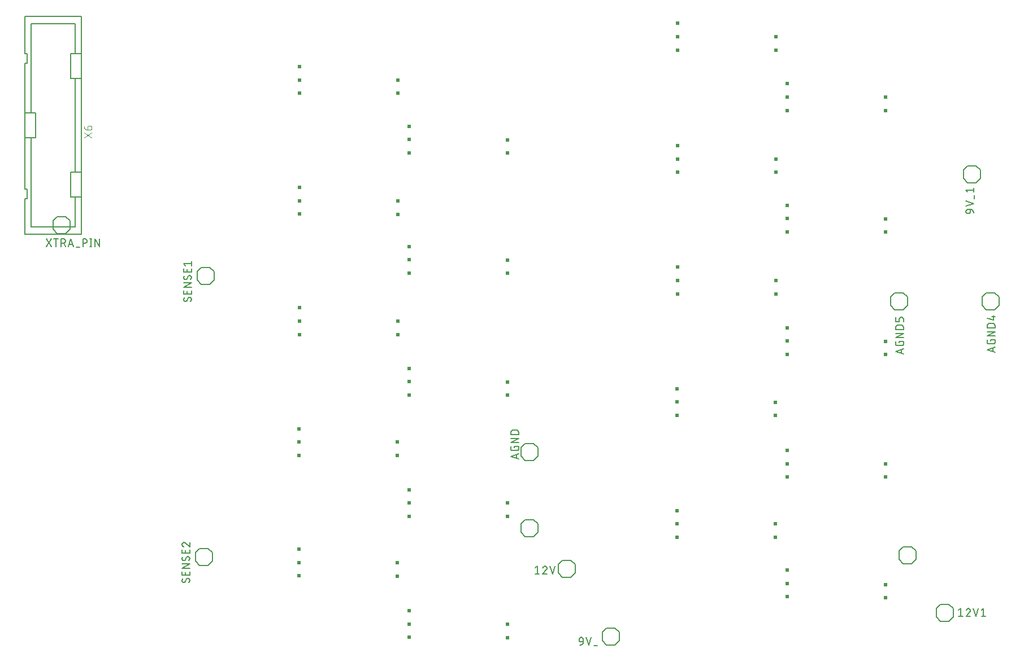
<source format=gbr>
G04 EAGLE Gerber RS-274X export*
G75*
%MOMM*%
%FSLAX34Y34*%
%LPD*%
%INSilkscreen Top*%
%IPPOS*%
%AMOC8*
5,1,8,0,0,1.08239X$1,22.5*%
G01*
G04 Define Apertures*
%ADD10C,0.203200*%
%ADD11C,0.101600*%
%ADD12C,0.152400*%
%ADD13C,0.127000*%
%ADD14R,0.508000X0.508000*%
D10*
X82640Y983920D02*
X82640Y928150D01*
X82640Y890490D01*
X82640Y750350D01*
X82640Y712690D01*
X82640Y656920D01*
X-1360Y656920D01*
X-1360Y710240D01*
X1640Y710240D01*
X1640Y725030D01*
X-1360Y725030D01*
X-1360Y801590D01*
X14140Y801590D01*
X14140Y839250D01*
X-1360Y839250D01*
X-1360Y801590D01*
X-1360Y839250D02*
X-1360Y913440D01*
X-1360Y928230D02*
X-1360Y983920D01*
X82640Y983920D01*
X73390Y972670D02*
X73390Y928220D01*
X73390Y890470D02*
X73390Y750370D01*
X73390Y712620D02*
X73390Y668170D01*
X7890Y668170D01*
X7890Y801590D01*
X7890Y839250D02*
X7890Y972670D01*
X73390Y972670D01*
X1640Y913440D02*
X-1360Y913440D01*
X1640Y913440D02*
X1640Y928230D01*
X-1360Y928230D01*
X67140Y928150D02*
X82640Y928150D01*
X67140Y928150D02*
X67140Y890490D01*
X82640Y890490D01*
X82640Y750350D02*
X67140Y750350D01*
X67140Y712690D01*
X82640Y712690D01*
D11*
X98552Y801342D02*
X86868Y809131D01*
X86868Y801342D02*
X98552Y809131D01*
X92061Y813421D02*
X92061Y817316D01*
X92063Y817415D01*
X92069Y817515D01*
X92078Y817614D01*
X92091Y817712D01*
X92108Y817810D01*
X92129Y817908D01*
X92154Y818004D01*
X92182Y818099D01*
X92214Y818193D01*
X92249Y818286D01*
X92288Y818378D01*
X92331Y818468D01*
X92376Y818556D01*
X92426Y818643D01*
X92478Y818727D01*
X92534Y818810D01*
X92592Y818890D01*
X92654Y818968D01*
X92719Y819043D01*
X92787Y819116D01*
X92857Y819186D01*
X92930Y819254D01*
X93005Y819319D01*
X93083Y819381D01*
X93163Y819439D01*
X93246Y819495D01*
X93330Y819547D01*
X93417Y819597D01*
X93505Y819642D01*
X93595Y819685D01*
X93687Y819724D01*
X93780Y819759D01*
X93874Y819791D01*
X93969Y819819D01*
X94065Y819844D01*
X94163Y819865D01*
X94261Y819882D01*
X94359Y819895D01*
X94458Y819904D01*
X94558Y819910D01*
X94657Y819912D01*
X95306Y819912D01*
X95419Y819910D01*
X95532Y819904D01*
X95645Y819894D01*
X95758Y819880D01*
X95870Y819863D01*
X95981Y819841D01*
X96091Y819816D01*
X96201Y819786D01*
X96309Y819753D01*
X96416Y819716D01*
X96522Y819676D01*
X96626Y819631D01*
X96729Y819583D01*
X96830Y819532D01*
X96929Y819477D01*
X97026Y819419D01*
X97121Y819357D01*
X97214Y819292D01*
X97304Y819224D01*
X97392Y819153D01*
X97478Y819078D01*
X97561Y819001D01*
X97641Y818921D01*
X97718Y818838D01*
X97793Y818752D01*
X97864Y818664D01*
X97932Y818574D01*
X97997Y818481D01*
X98059Y818386D01*
X98117Y818289D01*
X98172Y818190D01*
X98223Y818089D01*
X98271Y817986D01*
X98316Y817882D01*
X98356Y817776D01*
X98393Y817669D01*
X98426Y817561D01*
X98456Y817451D01*
X98481Y817341D01*
X98503Y817230D01*
X98520Y817118D01*
X98534Y817005D01*
X98544Y816892D01*
X98550Y816779D01*
X98552Y816666D01*
X98550Y816553D01*
X98544Y816440D01*
X98534Y816327D01*
X98520Y816214D01*
X98503Y816102D01*
X98481Y815991D01*
X98456Y815881D01*
X98426Y815771D01*
X98393Y815663D01*
X98356Y815556D01*
X98316Y815450D01*
X98271Y815346D01*
X98223Y815243D01*
X98172Y815142D01*
X98117Y815043D01*
X98059Y814946D01*
X97997Y814851D01*
X97932Y814758D01*
X97864Y814668D01*
X97793Y814580D01*
X97718Y814494D01*
X97641Y814411D01*
X97561Y814331D01*
X97478Y814254D01*
X97392Y814179D01*
X97304Y814108D01*
X97214Y814040D01*
X97121Y813975D01*
X97026Y813913D01*
X96929Y813855D01*
X96830Y813800D01*
X96729Y813749D01*
X96626Y813701D01*
X96522Y813656D01*
X96416Y813616D01*
X96309Y813579D01*
X96201Y813546D01*
X96091Y813516D01*
X95981Y813491D01*
X95870Y813469D01*
X95758Y813452D01*
X95645Y813438D01*
X95532Y813428D01*
X95419Y813422D01*
X95306Y813420D01*
X95306Y813421D02*
X92061Y813421D01*
X91918Y813423D01*
X91775Y813429D01*
X91632Y813439D01*
X91490Y813453D01*
X91348Y813470D01*
X91206Y813492D01*
X91065Y813517D01*
X90925Y813547D01*
X90786Y813580D01*
X90648Y813617D01*
X90511Y813658D01*
X90375Y813702D01*
X90240Y813751D01*
X90107Y813803D01*
X89975Y813858D01*
X89845Y813918D01*
X89716Y813981D01*
X89589Y814047D01*
X89465Y814117D01*
X89342Y814190D01*
X89221Y814267D01*
X89102Y814346D01*
X88986Y814430D01*
X88871Y814516D01*
X88760Y814605D01*
X88651Y814698D01*
X88544Y814793D01*
X88440Y814892D01*
X88339Y814993D01*
X88240Y815097D01*
X88145Y815203D01*
X88052Y815313D01*
X87963Y815424D01*
X87877Y815538D01*
X87794Y815655D01*
X87714Y815774D01*
X87637Y815895D01*
X87564Y816017D01*
X87494Y816142D01*
X87428Y816269D01*
X87365Y816398D01*
X87305Y816528D01*
X87250Y816660D01*
X87198Y816793D01*
X87149Y816928D01*
X87105Y817064D01*
X87064Y817201D01*
X87027Y817339D01*
X86994Y817478D01*
X86964Y817618D01*
X86939Y817759D01*
X86917Y817901D01*
X86900Y818043D01*
X86886Y818185D01*
X86876Y818328D01*
X86870Y818471D01*
X86868Y818614D01*
D12*
X260350Y185420D02*
X273050Y185420D01*
X279400Y179070D01*
X279400Y166370D01*
X273050Y160020D01*
X254000Y166370D02*
X254000Y179070D01*
X260350Y185420D01*
X254000Y166370D02*
X260350Y160020D01*
X273050Y160020D01*
D13*
X245237Y138303D02*
X245235Y138403D01*
X245229Y138502D01*
X245219Y138602D01*
X245206Y138700D01*
X245188Y138799D01*
X245167Y138896D01*
X245142Y138992D01*
X245113Y139088D01*
X245080Y139182D01*
X245044Y139275D01*
X245004Y139366D01*
X244960Y139456D01*
X244913Y139544D01*
X244863Y139630D01*
X244809Y139714D01*
X244752Y139796D01*
X244692Y139875D01*
X244628Y139953D01*
X244562Y140027D01*
X244493Y140099D01*
X244421Y140168D01*
X244347Y140234D01*
X244269Y140298D01*
X244190Y140358D01*
X244108Y140415D01*
X244024Y140469D01*
X243938Y140519D01*
X243850Y140566D01*
X243760Y140610D01*
X243669Y140650D01*
X243576Y140686D01*
X243482Y140719D01*
X243386Y140748D01*
X243290Y140773D01*
X243193Y140794D01*
X243094Y140812D01*
X242996Y140825D01*
X242896Y140835D01*
X242797Y140841D01*
X242697Y140843D01*
X245237Y138303D02*
X245235Y138162D01*
X245230Y138021D01*
X245220Y137880D01*
X245207Y137739D01*
X245191Y137599D01*
X245170Y137459D01*
X245146Y137320D01*
X245118Y137181D01*
X245087Y137044D01*
X245052Y136907D01*
X245014Y136771D01*
X244972Y136636D01*
X244926Y136503D01*
X244877Y136370D01*
X244824Y136239D01*
X244768Y136110D01*
X244709Y135981D01*
X244646Y135855D01*
X244580Y135730D01*
X244511Y135607D01*
X244438Y135486D01*
X244362Y135367D01*
X244283Y135249D01*
X244202Y135134D01*
X244117Y135022D01*
X244029Y134911D01*
X243938Y134803D01*
X243845Y134697D01*
X243748Y134594D01*
X243649Y134493D01*
X236347Y134811D02*
X236247Y134813D01*
X236148Y134819D01*
X236048Y134829D01*
X235950Y134842D01*
X235851Y134860D01*
X235754Y134881D01*
X235658Y134906D01*
X235562Y134935D01*
X235468Y134968D01*
X235375Y135004D01*
X235284Y135044D01*
X235194Y135088D01*
X235106Y135135D01*
X235020Y135185D01*
X234936Y135239D01*
X234854Y135296D01*
X234775Y135356D01*
X234697Y135420D01*
X234623Y135486D01*
X234551Y135555D01*
X234482Y135627D01*
X234416Y135701D01*
X234352Y135779D01*
X234292Y135858D01*
X234235Y135940D01*
X234181Y136024D01*
X234131Y136110D01*
X234084Y136198D01*
X234040Y136288D01*
X234000Y136379D01*
X233964Y136472D01*
X233931Y136566D01*
X233902Y136662D01*
X233877Y136758D01*
X233856Y136855D01*
X233838Y136954D01*
X233825Y137052D01*
X233815Y137152D01*
X233809Y137251D01*
X233807Y137351D01*
X233809Y137484D01*
X233814Y137617D01*
X233824Y137750D01*
X233837Y137883D01*
X233854Y138015D01*
X233874Y138147D01*
X233898Y138278D01*
X233926Y138408D01*
X233957Y138538D01*
X233992Y138666D01*
X234031Y138794D01*
X234073Y138920D01*
X234119Y139045D01*
X234168Y139169D01*
X234220Y139292D01*
X234276Y139413D01*
X234336Y139532D01*
X234398Y139650D01*
X234464Y139765D01*
X234533Y139879D01*
X234606Y139991D01*
X234681Y140101D01*
X234760Y140209D01*
X238570Y136080D02*
X238518Y135996D01*
X238463Y135913D01*
X238404Y135833D01*
X238343Y135755D01*
X238279Y135680D01*
X238211Y135607D01*
X238141Y135536D01*
X238069Y135469D01*
X237994Y135404D01*
X237916Y135342D01*
X237836Y135283D01*
X237754Y135227D01*
X237670Y135175D01*
X237584Y135126D01*
X237496Y135080D01*
X237406Y135037D01*
X237315Y134998D01*
X237222Y134963D01*
X237128Y134931D01*
X237033Y134903D01*
X236937Y134878D01*
X236840Y134858D01*
X236742Y134840D01*
X236644Y134827D01*
X236545Y134818D01*
X236446Y134812D01*
X236347Y134810D01*
X240474Y139573D02*
X240526Y139657D01*
X240581Y139740D01*
X240640Y139820D01*
X240701Y139898D01*
X240765Y139973D01*
X240833Y140046D01*
X240903Y140117D01*
X240975Y140184D01*
X241050Y140249D01*
X241128Y140311D01*
X241208Y140370D01*
X241290Y140426D01*
X241374Y140478D01*
X241460Y140527D01*
X241548Y140573D01*
X241638Y140616D01*
X241729Y140655D01*
X241822Y140690D01*
X241916Y140722D01*
X242011Y140750D01*
X242107Y140775D01*
X242204Y140795D01*
X242302Y140813D01*
X242400Y140826D01*
X242499Y140835D01*
X242598Y140841D01*
X242697Y140843D01*
X240475Y139573D02*
X238570Y136081D01*
X245237Y145948D02*
X245237Y151028D01*
X245237Y145948D02*
X233807Y145948D01*
X233807Y151028D01*
X238887Y149758D02*
X238887Y145948D01*
X233807Y155829D02*
X245237Y155829D01*
X245237Y162179D02*
X233807Y155829D01*
X233807Y162179D02*
X245237Y162179D01*
X245237Y171069D02*
X245235Y171169D01*
X245229Y171268D01*
X245219Y171368D01*
X245206Y171466D01*
X245188Y171565D01*
X245167Y171662D01*
X245142Y171758D01*
X245113Y171854D01*
X245080Y171948D01*
X245044Y172041D01*
X245004Y172132D01*
X244960Y172222D01*
X244913Y172310D01*
X244863Y172396D01*
X244809Y172480D01*
X244752Y172562D01*
X244692Y172641D01*
X244628Y172719D01*
X244562Y172793D01*
X244493Y172865D01*
X244421Y172934D01*
X244347Y173000D01*
X244269Y173064D01*
X244190Y173124D01*
X244108Y173181D01*
X244024Y173235D01*
X243938Y173285D01*
X243850Y173332D01*
X243760Y173376D01*
X243669Y173416D01*
X243576Y173452D01*
X243482Y173485D01*
X243386Y173514D01*
X243290Y173539D01*
X243193Y173560D01*
X243094Y173578D01*
X242996Y173591D01*
X242896Y173601D01*
X242797Y173607D01*
X242697Y173609D01*
X245237Y171069D02*
X245235Y170928D01*
X245230Y170787D01*
X245220Y170646D01*
X245207Y170505D01*
X245191Y170365D01*
X245170Y170225D01*
X245146Y170086D01*
X245118Y169947D01*
X245087Y169810D01*
X245052Y169673D01*
X245014Y169537D01*
X244972Y169402D01*
X244926Y169269D01*
X244877Y169136D01*
X244824Y169005D01*
X244768Y168876D01*
X244709Y168747D01*
X244646Y168621D01*
X244580Y168496D01*
X244511Y168373D01*
X244438Y168252D01*
X244362Y168133D01*
X244283Y168015D01*
X244202Y167900D01*
X244117Y167788D01*
X244029Y167677D01*
X243938Y167569D01*
X243845Y167463D01*
X243748Y167360D01*
X243649Y167259D01*
X236347Y167576D02*
X236247Y167578D01*
X236148Y167584D01*
X236048Y167594D01*
X235950Y167607D01*
X235851Y167625D01*
X235754Y167646D01*
X235658Y167671D01*
X235562Y167700D01*
X235468Y167733D01*
X235375Y167769D01*
X235284Y167809D01*
X235194Y167853D01*
X235106Y167900D01*
X235020Y167950D01*
X234936Y168004D01*
X234854Y168061D01*
X234775Y168121D01*
X234697Y168185D01*
X234623Y168251D01*
X234551Y168320D01*
X234482Y168392D01*
X234416Y168466D01*
X234352Y168544D01*
X234292Y168623D01*
X234235Y168705D01*
X234181Y168789D01*
X234131Y168875D01*
X234084Y168963D01*
X234040Y169053D01*
X234000Y169144D01*
X233964Y169237D01*
X233931Y169331D01*
X233902Y169427D01*
X233877Y169523D01*
X233856Y169620D01*
X233838Y169719D01*
X233825Y169817D01*
X233815Y169917D01*
X233809Y170016D01*
X233807Y170116D01*
X233809Y170249D01*
X233814Y170382D01*
X233824Y170515D01*
X233837Y170648D01*
X233854Y170780D01*
X233874Y170912D01*
X233898Y171043D01*
X233926Y171173D01*
X233957Y171303D01*
X233992Y171431D01*
X234031Y171559D01*
X234073Y171685D01*
X234119Y171810D01*
X234168Y171934D01*
X234220Y172057D01*
X234276Y172178D01*
X234336Y172297D01*
X234398Y172415D01*
X234464Y172530D01*
X234533Y172644D01*
X234606Y172756D01*
X234681Y172866D01*
X234760Y172974D01*
X238570Y168846D02*
X238518Y168762D01*
X238463Y168679D01*
X238404Y168599D01*
X238343Y168521D01*
X238279Y168446D01*
X238211Y168373D01*
X238141Y168302D01*
X238069Y168235D01*
X237994Y168170D01*
X237916Y168108D01*
X237836Y168049D01*
X237754Y167993D01*
X237670Y167941D01*
X237584Y167892D01*
X237496Y167846D01*
X237406Y167803D01*
X237315Y167764D01*
X237222Y167729D01*
X237128Y167697D01*
X237033Y167669D01*
X236937Y167644D01*
X236840Y167624D01*
X236742Y167606D01*
X236644Y167593D01*
X236545Y167584D01*
X236446Y167578D01*
X236347Y167576D01*
X240474Y172339D02*
X240526Y172423D01*
X240581Y172506D01*
X240640Y172586D01*
X240701Y172664D01*
X240765Y172739D01*
X240833Y172812D01*
X240903Y172883D01*
X240975Y172950D01*
X241050Y173015D01*
X241128Y173077D01*
X241208Y173136D01*
X241290Y173192D01*
X241374Y173244D01*
X241460Y173293D01*
X241548Y173339D01*
X241638Y173382D01*
X241729Y173421D01*
X241822Y173456D01*
X241916Y173488D01*
X242011Y173516D01*
X242107Y173541D01*
X242204Y173561D01*
X242302Y173579D01*
X242400Y173592D01*
X242499Y173601D01*
X242598Y173607D01*
X242697Y173609D01*
X240475Y172339D02*
X238570Y168846D01*
X245237Y178714D02*
X245237Y183794D01*
X245237Y178714D02*
X233807Y178714D01*
X233807Y183794D01*
X238887Y182524D02*
X238887Y178714D01*
X233807Y191706D02*
X233809Y191810D01*
X233815Y191915D01*
X233824Y192019D01*
X233837Y192122D01*
X233855Y192225D01*
X233875Y192327D01*
X233900Y192429D01*
X233928Y192529D01*
X233960Y192629D01*
X233996Y192727D01*
X234035Y192824D01*
X234077Y192919D01*
X234123Y193013D01*
X234173Y193105D01*
X234225Y193195D01*
X234281Y193283D01*
X234341Y193369D01*
X234403Y193453D01*
X234468Y193534D01*
X234536Y193613D01*
X234608Y193690D01*
X234681Y193763D01*
X234758Y193835D01*
X234837Y193903D01*
X234918Y193968D01*
X235002Y194030D01*
X235088Y194090D01*
X235176Y194146D01*
X235266Y194198D01*
X235358Y194248D01*
X235452Y194294D01*
X235547Y194336D01*
X235644Y194375D01*
X235742Y194411D01*
X235842Y194443D01*
X235942Y194471D01*
X236044Y194496D01*
X236146Y194516D01*
X236249Y194534D01*
X236352Y194547D01*
X236456Y194556D01*
X236561Y194562D01*
X236665Y194564D01*
X233807Y191706D02*
X233809Y191588D01*
X233815Y191469D01*
X233824Y191351D01*
X233837Y191234D01*
X233855Y191117D01*
X233875Y191000D01*
X233900Y190884D01*
X233928Y190769D01*
X233961Y190656D01*
X233996Y190543D01*
X234036Y190431D01*
X234078Y190321D01*
X234125Y190212D01*
X234175Y190104D01*
X234228Y189999D01*
X234285Y189895D01*
X234345Y189793D01*
X234408Y189693D01*
X234475Y189595D01*
X234544Y189499D01*
X234617Y189406D01*
X234693Y189315D01*
X234771Y189226D01*
X234853Y189140D01*
X234937Y189057D01*
X235023Y188976D01*
X235113Y188899D01*
X235204Y188824D01*
X235298Y188752D01*
X235395Y188683D01*
X235493Y188618D01*
X235594Y188555D01*
X235697Y188496D01*
X235801Y188440D01*
X235907Y188388D01*
X236015Y188339D01*
X236124Y188294D01*
X236235Y188252D01*
X236347Y188214D01*
X238887Y193612D02*
X238812Y193688D01*
X238733Y193763D01*
X238652Y193834D01*
X238568Y193903D01*
X238482Y193968D01*
X238394Y194030D01*
X238304Y194090D01*
X238212Y194146D01*
X238117Y194199D01*
X238021Y194248D01*
X237923Y194294D01*
X237824Y194337D01*
X237723Y194376D01*
X237621Y194411D01*
X237518Y194443D01*
X237414Y194471D01*
X237309Y194496D01*
X237202Y194517D01*
X237096Y194534D01*
X236989Y194547D01*
X236881Y194556D01*
X236773Y194562D01*
X236665Y194564D01*
X238887Y193611D02*
X245237Y188214D01*
X245237Y194564D01*
D12*
X262890Y607060D02*
X275590Y607060D01*
X281940Y600710D01*
X281940Y588010D01*
X275590Y581660D01*
X256540Y588010D02*
X256540Y600710D01*
X262890Y607060D01*
X256540Y588010D02*
X262890Y581660D01*
X275590Y581660D01*
D13*
X247777Y559943D02*
X247775Y560043D01*
X247769Y560142D01*
X247759Y560242D01*
X247746Y560340D01*
X247728Y560439D01*
X247707Y560536D01*
X247682Y560632D01*
X247653Y560728D01*
X247620Y560822D01*
X247584Y560915D01*
X247544Y561006D01*
X247500Y561096D01*
X247453Y561184D01*
X247403Y561270D01*
X247349Y561354D01*
X247292Y561436D01*
X247232Y561515D01*
X247168Y561593D01*
X247102Y561667D01*
X247033Y561739D01*
X246961Y561808D01*
X246887Y561874D01*
X246809Y561938D01*
X246730Y561998D01*
X246648Y562055D01*
X246564Y562109D01*
X246478Y562159D01*
X246390Y562206D01*
X246300Y562250D01*
X246209Y562290D01*
X246116Y562326D01*
X246022Y562359D01*
X245926Y562388D01*
X245830Y562413D01*
X245733Y562434D01*
X245634Y562452D01*
X245536Y562465D01*
X245436Y562475D01*
X245337Y562481D01*
X245237Y562483D01*
X247777Y559943D02*
X247775Y559802D01*
X247770Y559661D01*
X247760Y559520D01*
X247747Y559379D01*
X247731Y559239D01*
X247710Y559099D01*
X247686Y558960D01*
X247658Y558821D01*
X247627Y558684D01*
X247592Y558547D01*
X247554Y558411D01*
X247512Y558276D01*
X247466Y558143D01*
X247417Y558010D01*
X247364Y557879D01*
X247308Y557750D01*
X247249Y557621D01*
X247186Y557495D01*
X247120Y557370D01*
X247051Y557247D01*
X246978Y557126D01*
X246902Y557007D01*
X246823Y556889D01*
X246742Y556774D01*
X246657Y556662D01*
X246569Y556551D01*
X246478Y556443D01*
X246385Y556337D01*
X246288Y556234D01*
X246189Y556133D01*
X238887Y556451D02*
X238787Y556453D01*
X238688Y556459D01*
X238588Y556469D01*
X238490Y556482D01*
X238391Y556500D01*
X238294Y556521D01*
X238198Y556546D01*
X238102Y556575D01*
X238008Y556608D01*
X237915Y556644D01*
X237824Y556684D01*
X237734Y556728D01*
X237646Y556775D01*
X237560Y556825D01*
X237476Y556879D01*
X237394Y556936D01*
X237315Y556996D01*
X237237Y557060D01*
X237163Y557126D01*
X237091Y557195D01*
X237022Y557267D01*
X236956Y557341D01*
X236892Y557419D01*
X236832Y557498D01*
X236775Y557580D01*
X236721Y557664D01*
X236671Y557750D01*
X236624Y557838D01*
X236580Y557928D01*
X236540Y558019D01*
X236504Y558112D01*
X236471Y558206D01*
X236442Y558302D01*
X236417Y558398D01*
X236396Y558495D01*
X236378Y558594D01*
X236365Y558692D01*
X236355Y558792D01*
X236349Y558891D01*
X236347Y558991D01*
X236349Y559124D01*
X236354Y559257D01*
X236364Y559390D01*
X236377Y559523D01*
X236394Y559655D01*
X236414Y559787D01*
X236438Y559918D01*
X236466Y560048D01*
X236497Y560178D01*
X236532Y560306D01*
X236571Y560434D01*
X236613Y560560D01*
X236659Y560685D01*
X236708Y560809D01*
X236760Y560932D01*
X236816Y561053D01*
X236876Y561172D01*
X236938Y561290D01*
X237004Y561405D01*
X237073Y561519D01*
X237146Y561631D01*
X237221Y561741D01*
X237300Y561849D01*
X241110Y557720D02*
X241058Y557636D01*
X241003Y557553D01*
X240944Y557473D01*
X240883Y557395D01*
X240819Y557320D01*
X240751Y557247D01*
X240681Y557176D01*
X240609Y557109D01*
X240534Y557044D01*
X240456Y556982D01*
X240376Y556923D01*
X240294Y556867D01*
X240210Y556815D01*
X240124Y556766D01*
X240036Y556720D01*
X239946Y556677D01*
X239855Y556638D01*
X239762Y556603D01*
X239668Y556571D01*
X239573Y556543D01*
X239477Y556518D01*
X239380Y556498D01*
X239282Y556480D01*
X239184Y556467D01*
X239085Y556458D01*
X238986Y556452D01*
X238887Y556450D01*
X243014Y561213D02*
X243066Y561297D01*
X243121Y561380D01*
X243180Y561460D01*
X243241Y561538D01*
X243305Y561613D01*
X243373Y561686D01*
X243443Y561757D01*
X243515Y561824D01*
X243590Y561889D01*
X243668Y561951D01*
X243748Y562010D01*
X243830Y562066D01*
X243914Y562118D01*
X244000Y562167D01*
X244088Y562213D01*
X244178Y562256D01*
X244269Y562295D01*
X244362Y562330D01*
X244456Y562362D01*
X244551Y562390D01*
X244647Y562415D01*
X244744Y562435D01*
X244842Y562453D01*
X244940Y562466D01*
X245039Y562475D01*
X245138Y562481D01*
X245237Y562483D01*
X243015Y561213D02*
X241110Y557721D01*
X247777Y567588D02*
X247777Y572668D01*
X247777Y567588D02*
X236347Y567588D01*
X236347Y572668D01*
X241427Y571398D02*
X241427Y567588D01*
X236347Y577469D02*
X247777Y577469D01*
X247777Y583819D02*
X236347Y577469D01*
X236347Y583819D02*
X247777Y583819D01*
X247777Y592709D02*
X247775Y592809D01*
X247769Y592908D01*
X247759Y593008D01*
X247746Y593106D01*
X247728Y593205D01*
X247707Y593302D01*
X247682Y593398D01*
X247653Y593494D01*
X247620Y593588D01*
X247584Y593681D01*
X247544Y593772D01*
X247500Y593862D01*
X247453Y593950D01*
X247403Y594036D01*
X247349Y594120D01*
X247292Y594202D01*
X247232Y594281D01*
X247168Y594359D01*
X247102Y594433D01*
X247033Y594505D01*
X246961Y594574D01*
X246887Y594640D01*
X246809Y594704D01*
X246730Y594764D01*
X246648Y594821D01*
X246564Y594875D01*
X246478Y594925D01*
X246390Y594972D01*
X246300Y595016D01*
X246209Y595056D01*
X246116Y595092D01*
X246022Y595125D01*
X245926Y595154D01*
X245830Y595179D01*
X245733Y595200D01*
X245634Y595218D01*
X245536Y595231D01*
X245436Y595241D01*
X245337Y595247D01*
X245237Y595249D01*
X247777Y592709D02*
X247775Y592568D01*
X247770Y592427D01*
X247760Y592286D01*
X247747Y592145D01*
X247731Y592005D01*
X247710Y591865D01*
X247686Y591726D01*
X247658Y591587D01*
X247627Y591450D01*
X247592Y591313D01*
X247554Y591177D01*
X247512Y591042D01*
X247466Y590909D01*
X247417Y590776D01*
X247364Y590645D01*
X247308Y590516D01*
X247249Y590387D01*
X247186Y590261D01*
X247120Y590136D01*
X247051Y590013D01*
X246978Y589892D01*
X246902Y589773D01*
X246823Y589655D01*
X246742Y589540D01*
X246657Y589428D01*
X246569Y589317D01*
X246478Y589209D01*
X246385Y589103D01*
X246288Y589000D01*
X246189Y588899D01*
X238887Y589216D02*
X238787Y589218D01*
X238688Y589224D01*
X238588Y589234D01*
X238490Y589247D01*
X238391Y589265D01*
X238294Y589286D01*
X238198Y589311D01*
X238102Y589340D01*
X238008Y589373D01*
X237915Y589409D01*
X237824Y589449D01*
X237734Y589493D01*
X237646Y589540D01*
X237560Y589590D01*
X237476Y589644D01*
X237394Y589701D01*
X237315Y589761D01*
X237237Y589825D01*
X237163Y589891D01*
X237091Y589960D01*
X237022Y590032D01*
X236956Y590106D01*
X236892Y590184D01*
X236832Y590263D01*
X236775Y590345D01*
X236721Y590429D01*
X236671Y590515D01*
X236624Y590603D01*
X236580Y590693D01*
X236540Y590784D01*
X236504Y590877D01*
X236471Y590971D01*
X236442Y591067D01*
X236417Y591163D01*
X236396Y591260D01*
X236378Y591359D01*
X236365Y591457D01*
X236355Y591557D01*
X236349Y591656D01*
X236347Y591756D01*
X236349Y591889D01*
X236354Y592022D01*
X236364Y592155D01*
X236377Y592288D01*
X236394Y592420D01*
X236414Y592552D01*
X236438Y592683D01*
X236466Y592813D01*
X236497Y592943D01*
X236532Y593071D01*
X236571Y593199D01*
X236613Y593325D01*
X236659Y593450D01*
X236708Y593574D01*
X236760Y593697D01*
X236816Y593818D01*
X236876Y593937D01*
X236938Y594055D01*
X237004Y594170D01*
X237073Y594284D01*
X237146Y594396D01*
X237221Y594506D01*
X237300Y594614D01*
X241110Y590486D02*
X241058Y590402D01*
X241003Y590319D01*
X240944Y590239D01*
X240883Y590161D01*
X240819Y590086D01*
X240751Y590013D01*
X240681Y589942D01*
X240609Y589875D01*
X240534Y589810D01*
X240456Y589748D01*
X240376Y589689D01*
X240294Y589633D01*
X240210Y589581D01*
X240124Y589532D01*
X240036Y589486D01*
X239946Y589443D01*
X239855Y589404D01*
X239762Y589369D01*
X239668Y589337D01*
X239573Y589309D01*
X239477Y589284D01*
X239380Y589264D01*
X239282Y589246D01*
X239184Y589233D01*
X239085Y589224D01*
X238986Y589218D01*
X238887Y589216D01*
X243014Y593979D02*
X243066Y594063D01*
X243121Y594146D01*
X243180Y594226D01*
X243241Y594304D01*
X243305Y594379D01*
X243373Y594452D01*
X243443Y594523D01*
X243515Y594590D01*
X243590Y594655D01*
X243668Y594717D01*
X243748Y594776D01*
X243830Y594832D01*
X243914Y594884D01*
X244000Y594933D01*
X244088Y594979D01*
X244178Y595022D01*
X244269Y595061D01*
X244362Y595096D01*
X244456Y595128D01*
X244551Y595156D01*
X244647Y595181D01*
X244744Y595201D01*
X244842Y595219D01*
X244940Y595232D01*
X245039Y595241D01*
X245138Y595247D01*
X245237Y595249D01*
X243015Y593979D02*
X241110Y590486D01*
X247777Y600354D02*
X247777Y605434D01*
X247777Y600354D02*
X236347Y600354D01*
X236347Y605434D01*
X241427Y604164D02*
X241427Y600354D01*
X238887Y609854D02*
X236347Y613029D01*
X247777Y613029D01*
X247777Y609854D02*
X247777Y616204D01*
D12*
X59690Y683260D02*
X46990Y683260D01*
X59690Y683260D02*
X66040Y676910D01*
X66040Y664210D01*
X59690Y657860D01*
X40640Y664210D02*
X40640Y676910D01*
X46990Y683260D01*
X40640Y664210D02*
X46990Y657860D01*
X59690Y657860D01*
D13*
X37973Y650113D02*
X30353Y638683D01*
X37973Y638683D02*
X30353Y650113D01*
X44831Y650113D02*
X44831Y638683D01*
X41656Y650113D02*
X48006Y650113D01*
X52788Y650113D02*
X52788Y638683D01*
X52788Y650113D02*
X55963Y650113D01*
X56074Y650111D01*
X56184Y650105D01*
X56295Y650096D01*
X56405Y650082D01*
X56514Y650065D01*
X56623Y650044D01*
X56731Y650019D01*
X56838Y649990D01*
X56944Y649958D01*
X57049Y649922D01*
X57152Y649882D01*
X57254Y649839D01*
X57355Y649792D01*
X57454Y649741D01*
X57551Y649688D01*
X57645Y649631D01*
X57738Y649570D01*
X57829Y649507D01*
X57918Y649440D01*
X58004Y649370D01*
X58087Y649297D01*
X58169Y649222D01*
X58247Y649144D01*
X58322Y649062D01*
X58395Y648979D01*
X58465Y648893D01*
X58532Y648804D01*
X58595Y648713D01*
X58656Y648620D01*
X58713Y648525D01*
X58766Y648429D01*
X58817Y648330D01*
X58864Y648229D01*
X58907Y648127D01*
X58947Y648024D01*
X58983Y647919D01*
X59015Y647813D01*
X59044Y647706D01*
X59069Y647598D01*
X59090Y647489D01*
X59107Y647380D01*
X59121Y647270D01*
X59130Y647159D01*
X59136Y647049D01*
X59138Y646938D01*
X59136Y646827D01*
X59130Y646717D01*
X59121Y646606D01*
X59107Y646496D01*
X59090Y646387D01*
X59069Y646278D01*
X59044Y646170D01*
X59015Y646063D01*
X58983Y645957D01*
X58947Y645852D01*
X58907Y645749D01*
X58864Y645647D01*
X58817Y645546D01*
X58766Y645447D01*
X58713Y645351D01*
X58656Y645256D01*
X58595Y645163D01*
X58532Y645072D01*
X58465Y644983D01*
X58395Y644897D01*
X58322Y644814D01*
X58247Y644732D01*
X58169Y644654D01*
X58087Y644579D01*
X58004Y644506D01*
X57918Y644436D01*
X57829Y644369D01*
X57738Y644306D01*
X57645Y644245D01*
X57550Y644188D01*
X57454Y644135D01*
X57355Y644084D01*
X57254Y644037D01*
X57152Y643994D01*
X57049Y643954D01*
X56944Y643918D01*
X56838Y643886D01*
X56731Y643857D01*
X56623Y643832D01*
X56514Y643811D01*
X56405Y643794D01*
X56295Y643780D01*
X56184Y643771D01*
X56074Y643765D01*
X55963Y643763D01*
X52788Y643763D01*
X56598Y643763D02*
X59138Y638683D01*
X63500Y638683D02*
X67310Y650113D01*
X71120Y638683D01*
X70167Y641541D02*
X64452Y641541D01*
X75057Y637413D02*
X80137Y637413D01*
X85280Y638683D02*
X85280Y650113D01*
X88455Y650113D01*
X88566Y650111D01*
X88676Y650105D01*
X88787Y650096D01*
X88897Y650082D01*
X89006Y650065D01*
X89115Y650044D01*
X89223Y650019D01*
X89330Y649990D01*
X89436Y649958D01*
X89541Y649922D01*
X89644Y649882D01*
X89746Y649839D01*
X89847Y649792D01*
X89946Y649741D01*
X90043Y649688D01*
X90137Y649631D01*
X90230Y649570D01*
X90321Y649507D01*
X90410Y649440D01*
X90496Y649370D01*
X90579Y649297D01*
X90661Y649222D01*
X90739Y649144D01*
X90814Y649062D01*
X90887Y648979D01*
X90957Y648893D01*
X91024Y648804D01*
X91087Y648713D01*
X91148Y648620D01*
X91205Y648525D01*
X91258Y648429D01*
X91309Y648330D01*
X91356Y648229D01*
X91399Y648127D01*
X91439Y648024D01*
X91475Y647919D01*
X91507Y647813D01*
X91536Y647706D01*
X91561Y647598D01*
X91582Y647489D01*
X91599Y647380D01*
X91613Y647270D01*
X91622Y647159D01*
X91628Y647049D01*
X91630Y646938D01*
X91628Y646827D01*
X91622Y646717D01*
X91613Y646606D01*
X91599Y646496D01*
X91582Y646387D01*
X91561Y646278D01*
X91536Y646170D01*
X91507Y646063D01*
X91475Y645957D01*
X91439Y645852D01*
X91399Y645749D01*
X91356Y645647D01*
X91309Y645546D01*
X91258Y645447D01*
X91205Y645351D01*
X91148Y645256D01*
X91087Y645163D01*
X91024Y645072D01*
X90957Y644983D01*
X90887Y644897D01*
X90814Y644814D01*
X90739Y644732D01*
X90661Y644654D01*
X90579Y644579D01*
X90496Y644506D01*
X90410Y644436D01*
X90321Y644369D01*
X90230Y644306D01*
X90137Y644245D01*
X90042Y644188D01*
X89946Y644135D01*
X89847Y644084D01*
X89746Y644037D01*
X89644Y643994D01*
X89541Y643954D01*
X89436Y643918D01*
X89330Y643886D01*
X89223Y643857D01*
X89115Y643832D01*
X89006Y643811D01*
X88897Y643794D01*
X88787Y643780D01*
X88676Y643771D01*
X88566Y643765D01*
X88455Y643763D01*
X85280Y643763D01*
X97028Y638683D02*
X97028Y650113D01*
X95758Y638683D02*
X98298Y638683D01*
X98298Y650113D02*
X95758Y650113D01*
X103378Y650113D02*
X103378Y638683D01*
X109728Y638683D02*
X103378Y650113D01*
X109728Y650113D02*
X109728Y638683D01*
D14*
X721614Y51976D03*
X721614Y71976D03*
X556514Y144178D03*
X556514Y164178D03*
X721360Y233586D03*
X721360Y253586D03*
X556514Y325026D03*
X556514Y345026D03*
X721614Y415450D03*
X721614Y435450D03*
X556768Y506382D03*
X556768Y526382D03*
X721614Y598330D03*
X721614Y618330D03*
X556768Y686976D03*
X556768Y706976D03*
X721360Y778670D03*
X721360Y798670D03*
X557022Y868332D03*
X557022Y888332D03*
X409702Y868492D03*
X409702Y888492D03*
X409702Y908492D03*
X574040Y778830D03*
X574040Y798830D03*
X574040Y818830D03*
X409448Y687136D03*
X409448Y707136D03*
X409448Y727136D03*
X574294Y598490D03*
X574294Y618490D03*
X574294Y638490D03*
X409448Y506542D03*
X409448Y526542D03*
X409448Y546542D03*
X574294Y415610D03*
X574294Y435610D03*
X574294Y455610D03*
X409194Y325186D03*
X409194Y345186D03*
X409194Y365186D03*
X574040Y233746D03*
X574040Y253746D03*
X574040Y273746D03*
X409194Y144338D03*
X409194Y164338D03*
X409194Y184338D03*
X574294Y52136D03*
X574294Y72136D03*
X574294Y92136D03*
D12*
X803910Y167640D02*
X816610Y167640D01*
X822960Y161290D01*
X822960Y148590D01*
X816610Y142240D01*
X797560Y148590D02*
X797560Y161290D01*
X803910Y167640D01*
X797560Y148590D02*
X803910Y142240D01*
X816610Y142240D01*
D13*
X765937Y158877D02*
X762762Y156337D01*
X765937Y158877D02*
X765937Y147447D01*
X762762Y147447D02*
X769112Y147447D01*
X780543Y156020D02*
X780541Y156124D01*
X780535Y156229D01*
X780526Y156333D01*
X780513Y156436D01*
X780495Y156539D01*
X780475Y156641D01*
X780450Y156743D01*
X780422Y156843D01*
X780390Y156943D01*
X780354Y157041D01*
X780315Y157138D01*
X780273Y157233D01*
X780227Y157327D01*
X780177Y157419D01*
X780125Y157509D01*
X780069Y157597D01*
X780009Y157683D01*
X779947Y157767D01*
X779882Y157848D01*
X779814Y157927D01*
X779742Y158004D01*
X779669Y158077D01*
X779592Y158149D01*
X779513Y158217D01*
X779432Y158282D01*
X779348Y158344D01*
X779262Y158404D01*
X779174Y158460D01*
X779084Y158512D01*
X778992Y158562D01*
X778898Y158608D01*
X778803Y158650D01*
X778706Y158689D01*
X778608Y158725D01*
X778508Y158757D01*
X778408Y158785D01*
X778306Y158810D01*
X778204Y158830D01*
X778101Y158848D01*
X777998Y158861D01*
X777894Y158870D01*
X777789Y158876D01*
X777685Y158878D01*
X777685Y158877D02*
X777567Y158875D01*
X777448Y158869D01*
X777330Y158860D01*
X777213Y158847D01*
X777096Y158829D01*
X776979Y158809D01*
X776863Y158784D01*
X776748Y158756D01*
X776635Y158723D01*
X776522Y158688D01*
X776410Y158648D01*
X776300Y158606D01*
X776191Y158559D01*
X776083Y158509D01*
X775978Y158456D01*
X775874Y158399D01*
X775772Y158339D01*
X775672Y158276D01*
X775574Y158209D01*
X775478Y158140D01*
X775385Y158067D01*
X775294Y157991D01*
X775205Y157913D01*
X775119Y157831D01*
X775036Y157747D01*
X774955Y157661D01*
X774878Y157571D01*
X774803Y157480D01*
X774731Y157386D01*
X774662Y157289D01*
X774597Y157191D01*
X774534Y157090D01*
X774475Y156987D01*
X774419Y156883D01*
X774367Y156777D01*
X774318Y156669D01*
X774273Y156560D01*
X774231Y156449D01*
X774193Y156337D01*
X779590Y153798D02*
X779666Y153873D01*
X779741Y153952D01*
X779812Y154033D01*
X779881Y154117D01*
X779946Y154203D01*
X780008Y154291D01*
X780068Y154381D01*
X780124Y154473D01*
X780177Y154568D01*
X780226Y154664D01*
X780272Y154762D01*
X780315Y154861D01*
X780354Y154962D01*
X780389Y155064D01*
X780421Y155167D01*
X780449Y155271D01*
X780474Y155376D01*
X780495Y155483D01*
X780512Y155589D01*
X780525Y155696D01*
X780534Y155804D01*
X780540Y155912D01*
X780542Y156020D01*
X779590Y153797D02*
X774192Y147447D01*
X780542Y147447D01*
X788797Y147447D02*
X784987Y158877D01*
X792607Y158877D02*
X788797Y147447D01*
D12*
X760730Y342900D02*
X748030Y342900D01*
X760730Y342900D02*
X767080Y336550D01*
X767080Y323850D01*
X760730Y317500D01*
X741680Y323850D02*
X741680Y336550D01*
X748030Y342900D01*
X741680Y323850D02*
X748030Y317500D01*
X760730Y317500D01*
D13*
X737997Y319913D02*
X726567Y323723D01*
X737997Y327533D01*
X735140Y326581D02*
X735140Y320866D01*
X731647Y336804D02*
X731647Y338709D01*
X737997Y338709D01*
X737997Y334899D01*
X737995Y334799D01*
X737989Y334700D01*
X737979Y334600D01*
X737966Y334502D01*
X737948Y334403D01*
X737927Y334306D01*
X737902Y334210D01*
X737873Y334114D01*
X737840Y334020D01*
X737804Y333927D01*
X737764Y333836D01*
X737720Y333746D01*
X737673Y333658D01*
X737623Y333572D01*
X737569Y333488D01*
X737512Y333406D01*
X737452Y333327D01*
X737388Y333249D01*
X737322Y333175D01*
X737253Y333103D01*
X737181Y333034D01*
X737107Y332968D01*
X737029Y332904D01*
X736950Y332844D01*
X736868Y332787D01*
X736784Y332733D01*
X736698Y332683D01*
X736610Y332636D01*
X736520Y332592D01*
X736429Y332552D01*
X736336Y332516D01*
X736242Y332483D01*
X736146Y332454D01*
X736050Y332429D01*
X735953Y332408D01*
X735854Y332390D01*
X735756Y332377D01*
X735656Y332367D01*
X735557Y332361D01*
X735457Y332359D01*
X729107Y332359D01*
X729007Y332361D01*
X728908Y332367D01*
X728808Y332377D01*
X728710Y332390D01*
X728611Y332408D01*
X728514Y332429D01*
X728418Y332454D01*
X728322Y332483D01*
X728228Y332516D01*
X728135Y332552D01*
X728044Y332592D01*
X727954Y332636D01*
X727866Y332683D01*
X727780Y332733D01*
X727696Y332787D01*
X727614Y332844D01*
X727535Y332904D01*
X727457Y332968D01*
X727383Y333034D01*
X727311Y333103D01*
X727242Y333175D01*
X727176Y333249D01*
X727112Y333327D01*
X727052Y333406D01*
X726995Y333488D01*
X726941Y333572D01*
X726891Y333658D01*
X726844Y333746D01*
X726800Y333836D01*
X726760Y333927D01*
X726724Y334020D01*
X726691Y334114D01*
X726662Y334210D01*
X726637Y334306D01*
X726616Y334403D01*
X726598Y334502D01*
X726585Y334600D01*
X726575Y334700D01*
X726569Y334799D01*
X726567Y334899D01*
X726567Y338709D01*
X726567Y344551D02*
X737997Y344551D01*
X737997Y350901D02*
X726567Y344551D01*
X726567Y350901D02*
X737997Y350901D01*
X737997Y356743D02*
X726567Y356743D01*
X726567Y359918D01*
X726569Y360029D01*
X726575Y360139D01*
X726584Y360250D01*
X726598Y360360D01*
X726615Y360469D01*
X726636Y360578D01*
X726661Y360686D01*
X726690Y360793D01*
X726722Y360899D01*
X726758Y361004D01*
X726798Y361107D01*
X726841Y361209D01*
X726888Y361310D01*
X726939Y361409D01*
X726992Y361506D01*
X727049Y361600D01*
X727110Y361693D01*
X727173Y361784D01*
X727240Y361873D01*
X727310Y361959D01*
X727383Y362042D01*
X727458Y362124D01*
X727536Y362202D01*
X727618Y362277D01*
X727701Y362350D01*
X727787Y362420D01*
X727876Y362487D01*
X727967Y362550D01*
X728060Y362611D01*
X728155Y362668D01*
X728251Y362721D01*
X728350Y362772D01*
X728451Y362819D01*
X728553Y362862D01*
X728656Y362902D01*
X728761Y362938D01*
X728867Y362970D01*
X728974Y362999D01*
X729082Y363024D01*
X729191Y363045D01*
X729300Y363062D01*
X729410Y363076D01*
X729521Y363085D01*
X729631Y363091D01*
X729742Y363093D01*
X734822Y363093D01*
X734933Y363091D01*
X735043Y363085D01*
X735154Y363076D01*
X735264Y363062D01*
X735373Y363045D01*
X735482Y363024D01*
X735590Y362999D01*
X735697Y362970D01*
X735803Y362938D01*
X735908Y362902D01*
X736011Y362862D01*
X736113Y362819D01*
X736214Y362772D01*
X736313Y362721D01*
X736410Y362668D01*
X736504Y362611D01*
X736597Y362550D01*
X736688Y362487D01*
X736777Y362420D01*
X736863Y362350D01*
X736946Y362277D01*
X737028Y362202D01*
X737106Y362124D01*
X737181Y362042D01*
X737254Y361959D01*
X737324Y361873D01*
X737391Y361784D01*
X737454Y361693D01*
X737515Y361600D01*
X737572Y361506D01*
X737625Y361409D01*
X737676Y361310D01*
X737723Y361209D01*
X737766Y361107D01*
X737806Y361004D01*
X737842Y360899D01*
X737874Y360793D01*
X737903Y360686D01*
X737928Y360578D01*
X737949Y360469D01*
X737966Y360360D01*
X737980Y360250D01*
X737989Y360139D01*
X737995Y360029D01*
X737997Y359918D01*
X737997Y356743D01*
D12*
X869950Y66040D02*
X882650Y66040D01*
X889000Y59690D01*
X889000Y46990D01*
X882650Y40640D01*
X863600Y46990D02*
X863600Y59690D01*
X869950Y66040D01*
X863600Y46990D02*
X869950Y40640D01*
X882650Y40640D01*
D13*
X835025Y45847D02*
X831215Y45847D01*
X831115Y45849D01*
X831016Y45855D01*
X830916Y45865D01*
X830818Y45878D01*
X830719Y45896D01*
X830622Y45917D01*
X830526Y45942D01*
X830430Y45971D01*
X830336Y46004D01*
X830243Y46040D01*
X830152Y46080D01*
X830062Y46124D01*
X829974Y46171D01*
X829888Y46221D01*
X829804Y46275D01*
X829722Y46332D01*
X829643Y46392D01*
X829565Y46456D01*
X829491Y46522D01*
X829419Y46591D01*
X829350Y46663D01*
X829284Y46737D01*
X829220Y46815D01*
X829160Y46894D01*
X829103Y46976D01*
X829049Y47060D01*
X828999Y47146D01*
X828952Y47234D01*
X828908Y47324D01*
X828868Y47415D01*
X828832Y47508D01*
X828799Y47602D01*
X828770Y47698D01*
X828745Y47794D01*
X828724Y47891D01*
X828706Y47990D01*
X828693Y48088D01*
X828683Y48188D01*
X828677Y48287D01*
X828675Y48387D01*
X828675Y49022D01*
X828677Y49133D01*
X828683Y49243D01*
X828692Y49354D01*
X828706Y49464D01*
X828723Y49573D01*
X828744Y49682D01*
X828769Y49790D01*
X828798Y49897D01*
X828830Y50003D01*
X828866Y50108D01*
X828906Y50211D01*
X828949Y50313D01*
X828996Y50414D01*
X829047Y50513D01*
X829100Y50609D01*
X829157Y50704D01*
X829218Y50797D01*
X829281Y50888D01*
X829348Y50977D01*
X829418Y51063D01*
X829491Y51146D01*
X829566Y51228D01*
X829644Y51306D01*
X829726Y51381D01*
X829809Y51454D01*
X829895Y51524D01*
X829984Y51591D01*
X830075Y51654D01*
X830168Y51715D01*
X830263Y51772D01*
X830359Y51825D01*
X830458Y51876D01*
X830559Y51923D01*
X830661Y51966D01*
X830764Y52006D01*
X830869Y52042D01*
X830975Y52074D01*
X831082Y52103D01*
X831190Y52128D01*
X831299Y52149D01*
X831408Y52166D01*
X831518Y52180D01*
X831629Y52189D01*
X831739Y52195D01*
X831850Y52197D01*
X831961Y52195D01*
X832071Y52189D01*
X832182Y52180D01*
X832292Y52166D01*
X832401Y52149D01*
X832510Y52128D01*
X832618Y52103D01*
X832725Y52074D01*
X832831Y52042D01*
X832936Y52006D01*
X833039Y51966D01*
X833141Y51923D01*
X833242Y51876D01*
X833341Y51825D01*
X833438Y51772D01*
X833532Y51715D01*
X833625Y51654D01*
X833716Y51591D01*
X833805Y51524D01*
X833891Y51454D01*
X833974Y51381D01*
X834056Y51306D01*
X834134Y51228D01*
X834209Y51146D01*
X834282Y51063D01*
X834352Y50977D01*
X834419Y50888D01*
X834482Y50797D01*
X834543Y50704D01*
X834600Y50610D01*
X834653Y50513D01*
X834704Y50414D01*
X834751Y50313D01*
X834794Y50211D01*
X834834Y50108D01*
X834870Y50003D01*
X834902Y49897D01*
X834931Y49790D01*
X834956Y49682D01*
X834977Y49573D01*
X834994Y49464D01*
X835008Y49354D01*
X835017Y49243D01*
X835023Y49133D01*
X835025Y49022D01*
X835025Y45847D01*
X835023Y45707D01*
X835017Y45567D01*
X835008Y45427D01*
X834994Y45288D01*
X834977Y45149D01*
X834956Y45011D01*
X834931Y44873D01*
X834902Y44736D01*
X834870Y44600D01*
X834833Y44465D01*
X834793Y44331D01*
X834750Y44198D01*
X834702Y44066D01*
X834652Y43935D01*
X834597Y43806D01*
X834539Y43679D01*
X834478Y43553D01*
X834413Y43429D01*
X834344Y43307D01*
X834273Y43187D01*
X834198Y43069D01*
X834120Y42952D01*
X834038Y42838D01*
X833954Y42727D01*
X833866Y42618D01*
X833776Y42511D01*
X833682Y42406D01*
X833586Y42305D01*
X833487Y42206D01*
X833386Y42110D01*
X833281Y42016D01*
X833174Y41926D01*
X833065Y41838D01*
X832954Y41754D01*
X832840Y41672D01*
X832723Y41594D01*
X832605Y41519D01*
X832485Y41448D01*
X832363Y41379D01*
X832239Y41314D01*
X832113Y41253D01*
X831986Y41195D01*
X831857Y41140D01*
X831726Y41090D01*
X831594Y41042D01*
X831461Y40999D01*
X831327Y40959D01*
X831192Y40922D01*
X831056Y40890D01*
X830919Y40861D01*
X830781Y40836D01*
X830643Y40815D01*
X830504Y40798D01*
X830365Y40784D01*
X830225Y40775D01*
X830085Y40769D01*
X829945Y40767D01*
X843280Y40767D02*
X839470Y52197D01*
X847090Y52197D02*
X843280Y40767D01*
X851027Y39497D02*
X856107Y39497D01*
D12*
X760730Y228600D02*
X748030Y228600D01*
X760730Y228600D02*
X767080Y222250D01*
X767080Y209550D01*
X760730Y203200D01*
X741680Y209550D02*
X741680Y222250D01*
X748030Y228600D01*
X741680Y209550D02*
X748030Y203200D01*
X760730Y203200D01*
D14*
X1288034Y111302D03*
X1288034Y131302D03*
X1122934Y202281D03*
X1122934Y222281D03*
X1287780Y292641D03*
X1287780Y312641D03*
X1122934Y385034D03*
X1122934Y405034D03*
X1288034Y476410D03*
X1288034Y496410D03*
X1123188Y567342D03*
X1123188Y587342D03*
X1288034Y660243D03*
X1288034Y680243D03*
X1123188Y749841D03*
X1123188Y769841D03*
X1287780Y842488D03*
X1287780Y862488D03*
X1123442Y933102D03*
X1123442Y953102D03*
X976122Y933262D03*
X976122Y953262D03*
X976122Y973262D03*
X1140460Y842648D03*
X1140460Y862648D03*
X1140460Y882648D03*
X975868Y750001D03*
X975868Y770001D03*
X975868Y790001D03*
X1140714Y660403D03*
X1140714Y680403D03*
X1140714Y700403D03*
X975868Y567502D03*
X975868Y587502D03*
X975868Y607502D03*
X1140714Y476570D03*
X1140714Y496570D03*
X1140714Y516570D03*
X975614Y385194D03*
X975614Y405194D03*
X975614Y425194D03*
X1140460Y292801D03*
X1140460Y312801D03*
X1140460Y332801D03*
X975614Y202441D03*
X975614Y222441D03*
X975614Y242441D03*
X1140714Y113096D03*
X1140714Y133096D03*
X1140714Y153096D03*
D12*
X1370330Y101600D02*
X1383030Y101600D01*
X1389380Y95250D01*
X1389380Y82550D01*
X1383030Y76200D01*
X1363980Y82550D02*
X1363980Y95250D01*
X1370330Y101600D01*
X1363980Y82550D02*
X1370330Y76200D01*
X1383030Y76200D01*
D13*
X1397127Y92837D02*
X1400302Y95377D01*
X1400302Y83947D01*
X1397127Y83947D02*
X1403477Y83947D01*
X1414908Y92520D02*
X1414906Y92624D01*
X1414900Y92729D01*
X1414891Y92833D01*
X1414878Y92936D01*
X1414860Y93039D01*
X1414840Y93141D01*
X1414815Y93243D01*
X1414787Y93343D01*
X1414755Y93443D01*
X1414719Y93541D01*
X1414680Y93638D01*
X1414638Y93733D01*
X1414592Y93827D01*
X1414542Y93919D01*
X1414490Y94009D01*
X1414434Y94097D01*
X1414374Y94183D01*
X1414312Y94267D01*
X1414247Y94348D01*
X1414179Y94427D01*
X1414107Y94504D01*
X1414034Y94577D01*
X1413957Y94649D01*
X1413878Y94717D01*
X1413797Y94782D01*
X1413713Y94844D01*
X1413627Y94904D01*
X1413539Y94960D01*
X1413449Y95012D01*
X1413357Y95062D01*
X1413263Y95108D01*
X1413168Y95150D01*
X1413071Y95189D01*
X1412973Y95225D01*
X1412873Y95257D01*
X1412773Y95285D01*
X1412671Y95310D01*
X1412569Y95330D01*
X1412466Y95348D01*
X1412363Y95361D01*
X1412259Y95370D01*
X1412154Y95376D01*
X1412050Y95378D01*
X1412050Y95377D02*
X1411932Y95375D01*
X1411813Y95369D01*
X1411695Y95360D01*
X1411578Y95347D01*
X1411461Y95329D01*
X1411344Y95309D01*
X1411228Y95284D01*
X1411113Y95256D01*
X1411000Y95223D01*
X1410887Y95188D01*
X1410775Y95148D01*
X1410665Y95106D01*
X1410556Y95059D01*
X1410448Y95009D01*
X1410343Y94956D01*
X1410239Y94899D01*
X1410137Y94839D01*
X1410037Y94776D01*
X1409939Y94709D01*
X1409843Y94640D01*
X1409750Y94567D01*
X1409659Y94491D01*
X1409570Y94413D01*
X1409484Y94331D01*
X1409401Y94247D01*
X1409320Y94161D01*
X1409243Y94071D01*
X1409168Y93980D01*
X1409096Y93886D01*
X1409027Y93789D01*
X1408962Y93691D01*
X1408899Y93590D01*
X1408840Y93487D01*
X1408784Y93383D01*
X1408732Y93277D01*
X1408683Y93169D01*
X1408638Y93060D01*
X1408596Y92949D01*
X1408558Y92837D01*
X1413955Y90298D02*
X1414031Y90373D01*
X1414106Y90452D01*
X1414177Y90533D01*
X1414246Y90617D01*
X1414311Y90703D01*
X1414373Y90791D01*
X1414433Y90881D01*
X1414489Y90973D01*
X1414542Y91068D01*
X1414591Y91164D01*
X1414637Y91262D01*
X1414680Y91361D01*
X1414719Y91462D01*
X1414754Y91564D01*
X1414786Y91667D01*
X1414814Y91771D01*
X1414839Y91876D01*
X1414860Y91983D01*
X1414877Y92089D01*
X1414890Y92196D01*
X1414899Y92304D01*
X1414905Y92412D01*
X1414907Y92520D01*
X1413955Y90297D02*
X1408557Y83947D01*
X1414907Y83947D01*
X1423162Y83947D02*
X1419352Y95377D01*
X1426972Y95377D02*
X1423162Y83947D01*
X1431417Y92837D02*
X1434592Y95377D01*
X1434592Y83947D01*
X1431417Y83947D02*
X1437767Y83947D01*
D12*
X1438910Y568960D02*
X1451610Y568960D01*
X1457960Y562610D01*
X1457960Y549910D01*
X1451610Y543560D01*
X1432560Y549910D02*
X1432560Y562610D01*
X1438910Y568960D01*
X1432560Y549910D02*
X1438910Y543560D01*
X1451610Y543560D01*
D13*
X1440307Y483743D02*
X1451737Y479933D01*
X1451737Y487553D02*
X1440307Y483743D01*
X1448880Y486601D02*
X1448880Y480886D01*
X1445387Y496824D02*
X1445387Y498729D01*
X1451737Y498729D01*
X1451737Y494919D01*
X1451735Y494819D01*
X1451729Y494720D01*
X1451719Y494620D01*
X1451706Y494522D01*
X1451688Y494423D01*
X1451667Y494326D01*
X1451642Y494230D01*
X1451613Y494134D01*
X1451580Y494040D01*
X1451544Y493947D01*
X1451504Y493856D01*
X1451460Y493766D01*
X1451413Y493678D01*
X1451363Y493592D01*
X1451309Y493508D01*
X1451252Y493426D01*
X1451192Y493347D01*
X1451128Y493269D01*
X1451062Y493195D01*
X1450993Y493123D01*
X1450921Y493054D01*
X1450847Y492988D01*
X1450769Y492924D01*
X1450690Y492864D01*
X1450608Y492807D01*
X1450524Y492753D01*
X1450438Y492703D01*
X1450350Y492656D01*
X1450260Y492612D01*
X1450169Y492572D01*
X1450076Y492536D01*
X1449982Y492503D01*
X1449886Y492474D01*
X1449790Y492449D01*
X1449693Y492428D01*
X1449594Y492410D01*
X1449496Y492397D01*
X1449396Y492387D01*
X1449297Y492381D01*
X1449197Y492379D01*
X1442847Y492379D01*
X1442747Y492381D01*
X1442648Y492387D01*
X1442548Y492397D01*
X1442450Y492410D01*
X1442351Y492428D01*
X1442254Y492449D01*
X1442158Y492474D01*
X1442062Y492503D01*
X1441968Y492536D01*
X1441875Y492572D01*
X1441784Y492612D01*
X1441694Y492656D01*
X1441606Y492703D01*
X1441520Y492753D01*
X1441436Y492807D01*
X1441354Y492864D01*
X1441275Y492924D01*
X1441197Y492988D01*
X1441123Y493054D01*
X1441051Y493123D01*
X1440982Y493195D01*
X1440916Y493269D01*
X1440852Y493347D01*
X1440792Y493426D01*
X1440735Y493508D01*
X1440681Y493592D01*
X1440631Y493678D01*
X1440584Y493766D01*
X1440540Y493856D01*
X1440500Y493947D01*
X1440464Y494040D01*
X1440431Y494134D01*
X1440402Y494230D01*
X1440377Y494326D01*
X1440356Y494423D01*
X1440338Y494522D01*
X1440325Y494620D01*
X1440315Y494720D01*
X1440309Y494819D01*
X1440307Y494919D01*
X1440307Y498729D01*
X1440307Y504571D02*
X1451737Y504571D01*
X1451737Y510921D02*
X1440307Y504571D01*
X1440307Y510921D02*
X1451737Y510921D01*
X1451737Y516763D02*
X1440307Y516763D01*
X1440307Y519938D01*
X1440309Y520049D01*
X1440315Y520159D01*
X1440324Y520270D01*
X1440338Y520380D01*
X1440355Y520489D01*
X1440376Y520598D01*
X1440401Y520706D01*
X1440430Y520813D01*
X1440462Y520919D01*
X1440498Y521024D01*
X1440538Y521127D01*
X1440581Y521229D01*
X1440628Y521330D01*
X1440679Y521429D01*
X1440732Y521526D01*
X1440789Y521620D01*
X1440850Y521713D01*
X1440913Y521804D01*
X1440980Y521893D01*
X1441050Y521979D01*
X1441123Y522062D01*
X1441198Y522144D01*
X1441276Y522222D01*
X1441358Y522297D01*
X1441441Y522370D01*
X1441527Y522440D01*
X1441616Y522507D01*
X1441707Y522570D01*
X1441800Y522631D01*
X1441895Y522688D01*
X1441991Y522741D01*
X1442090Y522792D01*
X1442191Y522839D01*
X1442293Y522882D01*
X1442396Y522922D01*
X1442501Y522958D01*
X1442607Y522990D01*
X1442714Y523019D01*
X1442822Y523044D01*
X1442931Y523065D01*
X1443040Y523082D01*
X1443150Y523096D01*
X1443261Y523105D01*
X1443371Y523111D01*
X1443482Y523113D01*
X1448562Y523113D01*
X1448673Y523111D01*
X1448783Y523105D01*
X1448894Y523096D01*
X1449004Y523082D01*
X1449113Y523065D01*
X1449222Y523044D01*
X1449330Y523019D01*
X1449437Y522990D01*
X1449543Y522958D01*
X1449648Y522922D01*
X1449751Y522882D01*
X1449853Y522839D01*
X1449954Y522792D01*
X1450053Y522741D01*
X1450150Y522688D01*
X1450244Y522631D01*
X1450337Y522570D01*
X1450428Y522507D01*
X1450517Y522440D01*
X1450603Y522370D01*
X1450686Y522297D01*
X1450768Y522222D01*
X1450846Y522144D01*
X1450921Y522062D01*
X1450994Y521979D01*
X1451064Y521893D01*
X1451131Y521804D01*
X1451194Y521713D01*
X1451255Y521620D01*
X1451312Y521526D01*
X1451365Y521429D01*
X1451416Y521330D01*
X1451463Y521229D01*
X1451506Y521127D01*
X1451546Y521024D01*
X1451582Y520919D01*
X1451614Y520813D01*
X1451643Y520706D01*
X1451668Y520598D01*
X1451689Y520489D01*
X1451706Y520380D01*
X1451720Y520270D01*
X1451729Y520159D01*
X1451735Y520049D01*
X1451737Y519938D01*
X1451737Y516763D01*
X1449197Y528574D02*
X1440307Y531114D01*
X1449197Y528574D02*
X1449197Y534924D01*
X1446657Y533019D02*
X1451737Y533019D01*
D12*
X1423670Y759460D02*
X1410970Y759460D01*
X1423670Y759460D02*
X1430020Y753110D01*
X1430020Y740410D01*
X1423670Y734060D01*
X1404620Y740410D02*
X1404620Y753110D01*
X1410970Y759460D01*
X1404620Y740410D02*
X1410970Y734060D01*
X1423670Y734060D01*
D13*
X1414653Y694563D02*
X1414653Y690753D01*
X1414651Y690653D01*
X1414645Y690554D01*
X1414635Y690454D01*
X1414622Y690356D01*
X1414604Y690257D01*
X1414583Y690160D01*
X1414558Y690064D01*
X1414529Y689968D01*
X1414496Y689874D01*
X1414460Y689781D01*
X1414420Y689690D01*
X1414376Y689600D01*
X1414329Y689512D01*
X1414279Y689426D01*
X1414225Y689342D01*
X1414168Y689260D01*
X1414108Y689181D01*
X1414044Y689103D01*
X1413978Y689029D01*
X1413909Y688957D01*
X1413837Y688888D01*
X1413763Y688822D01*
X1413685Y688758D01*
X1413606Y688698D01*
X1413524Y688641D01*
X1413440Y688587D01*
X1413354Y688537D01*
X1413266Y688490D01*
X1413176Y688446D01*
X1413085Y688406D01*
X1412992Y688370D01*
X1412898Y688337D01*
X1412802Y688308D01*
X1412706Y688283D01*
X1412609Y688262D01*
X1412510Y688244D01*
X1412412Y688231D01*
X1412312Y688221D01*
X1412213Y688215D01*
X1412113Y688213D01*
X1411478Y688213D01*
X1411367Y688215D01*
X1411257Y688221D01*
X1411146Y688230D01*
X1411036Y688244D01*
X1410927Y688261D01*
X1410818Y688282D01*
X1410710Y688307D01*
X1410603Y688336D01*
X1410497Y688368D01*
X1410392Y688404D01*
X1410289Y688444D01*
X1410187Y688487D01*
X1410086Y688534D01*
X1409987Y688585D01*
X1409891Y688638D01*
X1409796Y688695D01*
X1409703Y688756D01*
X1409612Y688819D01*
X1409523Y688886D01*
X1409437Y688956D01*
X1409354Y689029D01*
X1409272Y689104D01*
X1409194Y689182D01*
X1409119Y689264D01*
X1409046Y689347D01*
X1408976Y689433D01*
X1408909Y689522D01*
X1408846Y689613D01*
X1408785Y689706D01*
X1408728Y689801D01*
X1408675Y689897D01*
X1408624Y689996D01*
X1408577Y690097D01*
X1408534Y690199D01*
X1408494Y690302D01*
X1408458Y690407D01*
X1408426Y690513D01*
X1408397Y690620D01*
X1408372Y690728D01*
X1408351Y690837D01*
X1408334Y690946D01*
X1408320Y691056D01*
X1408311Y691167D01*
X1408305Y691277D01*
X1408303Y691388D01*
X1408305Y691499D01*
X1408311Y691609D01*
X1408320Y691720D01*
X1408334Y691830D01*
X1408351Y691939D01*
X1408372Y692048D01*
X1408397Y692156D01*
X1408426Y692263D01*
X1408458Y692369D01*
X1408494Y692474D01*
X1408534Y692577D01*
X1408577Y692679D01*
X1408624Y692780D01*
X1408675Y692879D01*
X1408728Y692976D01*
X1408785Y693070D01*
X1408846Y693163D01*
X1408909Y693254D01*
X1408976Y693343D01*
X1409046Y693429D01*
X1409119Y693512D01*
X1409194Y693594D01*
X1409272Y693672D01*
X1409354Y693747D01*
X1409437Y693820D01*
X1409523Y693890D01*
X1409612Y693957D01*
X1409703Y694020D01*
X1409796Y694081D01*
X1409891Y694138D01*
X1409987Y694191D01*
X1410086Y694242D01*
X1410187Y694289D01*
X1410289Y694332D01*
X1410392Y694372D01*
X1410497Y694408D01*
X1410603Y694440D01*
X1410710Y694469D01*
X1410818Y694494D01*
X1410927Y694515D01*
X1411036Y694532D01*
X1411146Y694546D01*
X1411257Y694555D01*
X1411367Y694561D01*
X1411478Y694563D01*
X1414653Y694563D01*
X1414793Y694561D01*
X1414933Y694555D01*
X1415073Y694546D01*
X1415212Y694532D01*
X1415351Y694515D01*
X1415489Y694494D01*
X1415627Y694469D01*
X1415764Y694440D01*
X1415900Y694408D01*
X1416035Y694371D01*
X1416169Y694331D01*
X1416302Y694288D01*
X1416434Y694240D01*
X1416565Y694190D01*
X1416694Y694135D01*
X1416821Y694077D01*
X1416947Y694016D01*
X1417071Y693951D01*
X1417193Y693882D01*
X1417313Y693811D01*
X1417431Y693736D01*
X1417548Y693658D01*
X1417662Y693576D01*
X1417773Y693492D01*
X1417882Y693404D01*
X1417989Y693314D01*
X1418094Y693220D01*
X1418195Y693124D01*
X1418294Y693025D01*
X1418390Y692924D01*
X1418484Y692819D01*
X1418574Y692712D01*
X1418662Y692603D01*
X1418746Y692492D01*
X1418828Y692378D01*
X1418906Y692261D01*
X1418981Y692143D01*
X1419052Y692023D01*
X1419121Y691901D01*
X1419186Y691777D01*
X1419247Y691651D01*
X1419305Y691524D01*
X1419360Y691395D01*
X1419410Y691264D01*
X1419458Y691132D01*
X1419501Y690999D01*
X1419541Y690865D01*
X1419578Y690730D01*
X1419610Y690594D01*
X1419639Y690457D01*
X1419664Y690319D01*
X1419685Y690181D01*
X1419702Y690042D01*
X1419716Y689903D01*
X1419725Y689763D01*
X1419731Y689623D01*
X1419733Y689483D01*
X1419733Y702818D02*
X1408303Y699008D01*
X1408303Y706628D02*
X1419733Y702818D01*
X1421003Y710565D02*
X1421003Y715645D01*
X1410843Y720217D02*
X1408303Y723392D01*
X1419733Y723392D01*
X1419733Y720217D02*
X1419733Y726567D01*
D12*
X1327150Y187960D02*
X1314450Y187960D01*
X1327150Y187960D02*
X1333500Y181610D01*
X1333500Y168910D01*
X1327150Y162560D01*
X1308100Y168910D02*
X1308100Y181610D01*
X1314450Y187960D01*
X1308100Y168910D02*
X1314450Y162560D01*
X1327150Y162560D01*
X1314450Y568960D02*
X1301750Y568960D01*
X1314450Y568960D02*
X1320800Y562610D01*
X1320800Y549910D01*
X1314450Y543560D01*
X1295400Y549910D02*
X1295400Y562610D01*
X1301750Y568960D01*
X1295400Y549910D02*
X1301750Y543560D01*
X1314450Y543560D01*
D13*
X1303147Y481203D02*
X1314577Y477393D01*
X1314577Y485013D02*
X1303147Y481203D01*
X1311720Y484061D02*
X1311720Y478346D01*
X1308227Y494284D02*
X1308227Y496189D01*
X1314577Y496189D01*
X1314577Y492379D01*
X1314575Y492279D01*
X1314569Y492180D01*
X1314559Y492080D01*
X1314546Y491982D01*
X1314528Y491883D01*
X1314507Y491786D01*
X1314482Y491690D01*
X1314453Y491594D01*
X1314420Y491500D01*
X1314384Y491407D01*
X1314344Y491316D01*
X1314300Y491226D01*
X1314253Y491138D01*
X1314203Y491052D01*
X1314149Y490968D01*
X1314092Y490886D01*
X1314032Y490807D01*
X1313968Y490729D01*
X1313902Y490655D01*
X1313833Y490583D01*
X1313761Y490514D01*
X1313687Y490448D01*
X1313609Y490384D01*
X1313530Y490324D01*
X1313448Y490267D01*
X1313364Y490213D01*
X1313278Y490163D01*
X1313190Y490116D01*
X1313100Y490072D01*
X1313009Y490032D01*
X1312916Y489996D01*
X1312822Y489963D01*
X1312726Y489934D01*
X1312630Y489909D01*
X1312533Y489888D01*
X1312434Y489870D01*
X1312336Y489857D01*
X1312236Y489847D01*
X1312137Y489841D01*
X1312037Y489839D01*
X1305687Y489839D01*
X1305587Y489841D01*
X1305488Y489847D01*
X1305388Y489857D01*
X1305290Y489870D01*
X1305191Y489888D01*
X1305094Y489909D01*
X1304998Y489934D01*
X1304902Y489963D01*
X1304808Y489996D01*
X1304715Y490032D01*
X1304624Y490072D01*
X1304534Y490116D01*
X1304446Y490163D01*
X1304360Y490213D01*
X1304276Y490267D01*
X1304194Y490324D01*
X1304115Y490384D01*
X1304037Y490448D01*
X1303963Y490514D01*
X1303891Y490583D01*
X1303822Y490655D01*
X1303756Y490729D01*
X1303692Y490807D01*
X1303632Y490886D01*
X1303575Y490968D01*
X1303521Y491052D01*
X1303471Y491138D01*
X1303424Y491226D01*
X1303380Y491316D01*
X1303340Y491407D01*
X1303304Y491500D01*
X1303271Y491594D01*
X1303242Y491690D01*
X1303217Y491786D01*
X1303196Y491883D01*
X1303178Y491982D01*
X1303165Y492080D01*
X1303155Y492180D01*
X1303149Y492279D01*
X1303147Y492379D01*
X1303147Y496189D01*
X1303147Y502031D02*
X1314577Y502031D01*
X1314577Y508381D02*
X1303147Y502031D01*
X1303147Y508381D02*
X1314577Y508381D01*
X1314577Y514223D02*
X1303147Y514223D01*
X1303147Y517398D01*
X1303149Y517509D01*
X1303155Y517619D01*
X1303164Y517730D01*
X1303178Y517840D01*
X1303195Y517949D01*
X1303216Y518058D01*
X1303241Y518166D01*
X1303270Y518273D01*
X1303302Y518379D01*
X1303338Y518484D01*
X1303378Y518587D01*
X1303421Y518689D01*
X1303468Y518790D01*
X1303519Y518889D01*
X1303572Y518986D01*
X1303629Y519080D01*
X1303690Y519173D01*
X1303753Y519264D01*
X1303820Y519353D01*
X1303890Y519439D01*
X1303963Y519522D01*
X1304038Y519604D01*
X1304116Y519682D01*
X1304198Y519757D01*
X1304281Y519830D01*
X1304367Y519900D01*
X1304456Y519967D01*
X1304547Y520030D01*
X1304640Y520091D01*
X1304735Y520148D01*
X1304831Y520201D01*
X1304930Y520252D01*
X1305031Y520299D01*
X1305133Y520342D01*
X1305236Y520382D01*
X1305341Y520418D01*
X1305447Y520450D01*
X1305554Y520479D01*
X1305662Y520504D01*
X1305771Y520525D01*
X1305880Y520542D01*
X1305990Y520556D01*
X1306101Y520565D01*
X1306211Y520571D01*
X1306322Y520573D01*
X1311402Y520573D01*
X1311513Y520571D01*
X1311623Y520565D01*
X1311734Y520556D01*
X1311844Y520542D01*
X1311953Y520525D01*
X1312062Y520504D01*
X1312170Y520479D01*
X1312277Y520450D01*
X1312383Y520418D01*
X1312488Y520382D01*
X1312591Y520342D01*
X1312693Y520299D01*
X1312794Y520252D01*
X1312893Y520201D01*
X1312990Y520148D01*
X1313084Y520091D01*
X1313177Y520030D01*
X1313268Y519967D01*
X1313357Y519900D01*
X1313443Y519830D01*
X1313526Y519757D01*
X1313608Y519682D01*
X1313686Y519604D01*
X1313761Y519522D01*
X1313834Y519439D01*
X1313904Y519353D01*
X1313971Y519264D01*
X1314034Y519173D01*
X1314095Y519080D01*
X1314152Y518986D01*
X1314205Y518889D01*
X1314256Y518790D01*
X1314303Y518689D01*
X1314346Y518587D01*
X1314386Y518484D01*
X1314422Y518379D01*
X1314454Y518273D01*
X1314483Y518166D01*
X1314508Y518058D01*
X1314529Y517949D01*
X1314546Y517840D01*
X1314560Y517730D01*
X1314569Y517619D01*
X1314575Y517509D01*
X1314577Y517398D01*
X1314577Y514223D01*
X1314577Y526034D02*
X1314577Y529844D01*
X1314575Y529944D01*
X1314569Y530043D01*
X1314559Y530143D01*
X1314546Y530241D01*
X1314528Y530340D01*
X1314507Y530437D01*
X1314482Y530533D01*
X1314453Y530629D01*
X1314420Y530723D01*
X1314384Y530816D01*
X1314344Y530907D01*
X1314300Y530997D01*
X1314253Y531085D01*
X1314203Y531171D01*
X1314149Y531255D01*
X1314092Y531337D01*
X1314032Y531416D01*
X1313968Y531494D01*
X1313902Y531568D01*
X1313833Y531640D01*
X1313761Y531709D01*
X1313687Y531775D01*
X1313609Y531839D01*
X1313530Y531899D01*
X1313448Y531956D01*
X1313364Y532010D01*
X1313278Y532060D01*
X1313190Y532107D01*
X1313100Y532151D01*
X1313009Y532191D01*
X1312916Y532227D01*
X1312822Y532260D01*
X1312726Y532289D01*
X1312630Y532314D01*
X1312533Y532335D01*
X1312434Y532353D01*
X1312336Y532366D01*
X1312236Y532376D01*
X1312137Y532382D01*
X1312037Y532384D01*
X1310767Y532384D01*
X1310667Y532382D01*
X1310568Y532376D01*
X1310468Y532366D01*
X1310370Y532353D01*
X1310271Y532335D01*
X1310174Y532314D01*
X1310078Y532289D01*
X1309982Y532260D01*
X1309888Y532227D01*
X1309795Y532191D01*
X1309704Y532151D01*
X1309614Y532107D01*
X1309526Y532060D01*
X1309440Y532010D01*
X1309356Y531956D01*
X1309274Y531899D01*
X1309195Y531839D01*
X1309117Y531775D01*
X1309043Y531709D01*
X1308971Y531640D01*
X1308902Y531568D01*
X1308836Y531494D01*
X1308772Y531416D01*
X1308712Y531337D01*
X1308655Y531255D01*
X1308601Y531171D01*
X1308551Y531085D01*
X1308504Y530997D01*
X1308460Y530907D01*
X1308420Y530816D01*
X1308384Y530723D01*
X1308351Y530629D01*
X1308322Y530533D01*
X1308297Y530437D01*
X1308276Y530340D01*
X1308258Y530241D01*
X1308245Y530143D01*
X1308235Y530043D01*
X1308229Y529944D01*
X1308227Y529844D01*
X1308227Y526034D01*
X1303147Y526034D01*
X1303147Y532384D01*
M02*

</source>
